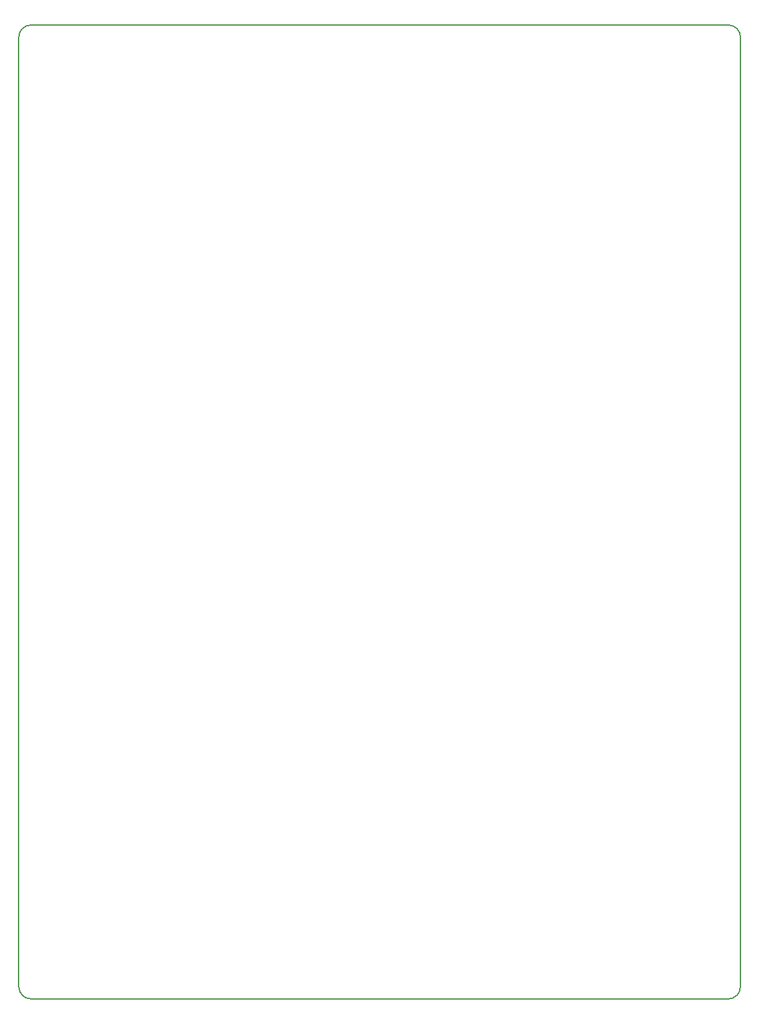
<source format=gbr>
%TF.GenerationSoftware,KiCad,Pcbnew,7.0.1*%
%TF.CreationDate,2023-04-16T00:18:29-05:00*%
%TF.ProjectId,5x5 Macro Pad,35783520-4d61-4637-926f-205061642e6b,rev?*%
%TF.SameCoordinates,Original*%
%TF.FileFunction,Profile,NP*%
%FSLAX46Y46*%
G04 Gerber Fmt 4.6, Leading zero omitted, Abs format (unit mm)*
G04 Created by KiCad (PCBNEW 7.0.1) date 2023-04-16 00:18:29*
%MOMM*%
%LPD*%
G01*
G04 APERTURE LIST*
%TA.AperFunction,Profile*%
%ADD10C,0.200000*%
%TD*%
G04 APERTURE END LIST*
D10*
X73025000Y-44450000D02*
G75*
G03*
X71437500Y-46037500I0J-1587500D01*
G01*
X165232748Y-44450000D02*
X73025000Y-44450000D01*
X71437500Y-53181250D02*
X71437500Y-46037500D01*
X71437500Y-171450000D02*
X71437500Y-53181250D01*
X166820248Y-46037500D02*
G75*
G03*
X165232748Y-44450000I-1587500J0D01*
G01*
X166820248Y-171450000D02*
X166820248Y-46037500D01*
X165232748Y-173037500D02*
G75*
G03*
X166820248Y-171450000I0J1587500D01*
G01*
X73025000Y-173037500D02*
X165232748Y-173037500D01*
X71437500Y-171450000D02*
G75*
G03*
X73025000Y-173037500I1587500J0D01*
G01*
M02*

</source>
